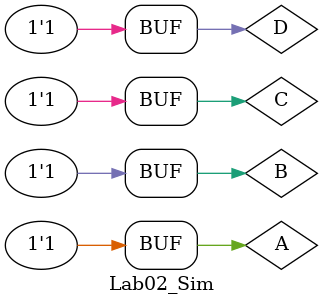
<source format=sv>
`timescale 1ns / 1ps


module Lab02_Sim; //no ports to test module

    //declare inputs and outputs to give to your module
    //can be the same names as the ports of the module under test
    logic A, B, C, D; 
    logic F;
    
    //Instantiate your module undertest
    Lab02 Lab02_inst (  .A(A), .B(B), .C(C), .D(D), .F(F)  );


    //list your test cases
    initial 
        begin

//--------Original Test Cases before for loop

//        A = 0;  B = 0;  C = 0;  D = 0;  #10       
//        A = 0;  B = 0;  C = 0;  D = 1;  #10
//        A = 0;  B = 0;  C = 1;  D = 0;  #10
//        A = 0;  B = 0;  C = 1;  D = 1;  #10
//        A = 0;  B = 1;  C = 0;  D = 0;  #10
//        A = 0;  B = 1;  C = 0;  D = 1;  #10
//        A = 0;  B = 1;  C = 1;  D = 0;  #10
//        A = 0;  B = 1;  C = 1;  D = 1;  #10
//        A = 1;  B = 0;  C = 0;  D = 0;  #10
//        A = 1;  B = 0;  C = 0;  D = 1;  #10
//        A = 1;  B = 0;  C = 1;  D = 0;  #10
//        A = 1;  B = 0;  C = 1;  D = 1;  #10
//        A = 1;  B = 1;  C = 0;  D = 0;  #10
//        A = 1;  B = 1;  C = 0;  D = 1;  #10
//        A = 1;  B = 1;  C = 1;  D = 0;  #10
//        A = 1;  B = 1;  C = 1;  D = 1;  #10

//-----Test cases generated using a for loop

for (int i = 0; i<16; i++)begin
    A = i[3:3];  B = i[2:2];  C = i[1:1];  D = i[0:0];  #10;
end
       //add more test cases     
           
            
        $display("Finished");  
      end                                 
    
endmodule
</source>
